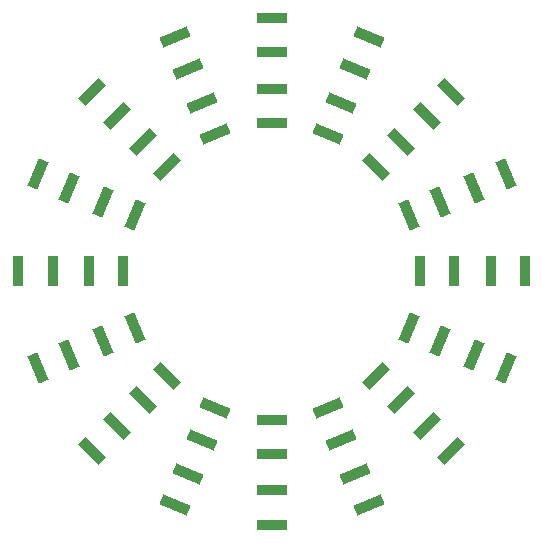
<source format=gtp>
G04*
G04 #@! TF.GenerationSoftware,Altium Limited,CircuitStudio,1.5.2 (30)*
G04*
G04 Layer_Color=7318015*
%FSLAX25Y25*%
%MOIN*%
G70*
G01*
G75*
%ADD11R,0.09843X0.03543*%
G04:AMPARAMS|DCode=12|XSize=35.43mil|YSize=98.43mil|CornerRadius=0mil|HoleSize=0mil|Usage=FLASHONLY|Rotation=67.500|XOffset=0mil|YOffset=0mil|HoleType=Round|Shape=Rectangle|*
%AMROTATEDRECTD12*
4,1,4,0.03869,-0.03520,-0.05225,0.00247,-0.03869,0.03520,0.05225,-0.00247,0.03869,-0.03520,0.0*
%
%ADD12ROTATEDRECTD12*%

G04:AMPARAMS|DCode=13|XSize=35.43mil|YSize=98.43mil|CornerRadius=0mil|HoleSize=0mil|Usage=FLASHONLY|Rotation=225.000|XOffset=0mil|YOffset=0mil|HoleType=Round|Shape=Rectangle|*
%AMROTATEDRECTD13*
4,1,4,-0.02227,0.04733,0.04733,-0.02227,0.02227,-0.04733,-0.04733,0.02227,-0.02227,0.04733,0.0*
%
%ADD13ROTATEDRECTD13*%

G04:AMPARAMS|DCode=14|XSize=35.43mil|YSize=98.43mil|CornerRadius=0mil|HoleSize=0mil|Usage=FLASHONLY|Rotation=22.500|XOffset=0mil|YOffset=0mil|HoleType=Round|Shape=Rectangle|*
%AMROTATEDRECTD14*
4,1,4,0.00247,-0.05225,-0.03520,0.03869,-0.00247,0.05225,0.03520,-0.03869,0.00247,-0.05225,0.0*
%
%ADD14ROTATEDRECTD14*%

%ADD15R,0.03543X0.09843*%
G04:AMPARAMS|DCode=16|XSize=35.43mil|YSize=98.43mil|CornerRadius=0mil|HoleSize=0mil|Usage=FLASHONLY|Rotation=337.500|XOffset=0mil|YOffset=0mil|HoleType=Round|Shape=Rectangle|*
%AMROTATEDRECTD16*
4,1,4,-0.03520,-0.03869,0.00247,0.05225,0.03520,0.03869,-0.00247,-0.05225,-0.03520,-0.03869,0.0*
%
%ADD16ROTATEDRECTD16*%

G04:AMPARAMS|DCode=17|XSize=35.43mil|YSize=98.43mil|CornerRadius=0mil|HoleSize=0mil|Usage=FLASHONLY|Rotation=135.000|XOffset=0mil|YOffset=0mil|HoleType=Round|Shape=Rectangle|*
%AMROTATEDRECTD17*
4,1,4,0.04733,0.02227,-0.02227,-0.04733,-0.04733,-0.02227,0.02227,0.04733,0.04733,0.02227,0.0*
%
%ADD17ROTATEDRECTD17*%

G04:AMPARAMS|DCode=18|XSize=35.43mil|YSize=98.43mil|CornerRadius=0mil|HoleSize=0mil|Usage=FLASHONLY|Rotation=292.500|XOffset=0mil|YOffset=0mil|HoleType=Round|Shape=Rectangle|*
%AMROTATEDRECTD18*
4,1,4,-0.05225,-0.00247,0.03869,0.03520,0.05225,0.00247,-0.03869,-0.03520,-0.05225,-0.00247,0.0*
%
%ADD18ROTATEDRECTD18*%

D11*
X702500Y797949D02*
D03*
Y786531D02*
D03*
Y774327D02*
D03*
Y762910D02*
D03*
Y629051D02*
D03*
Y640469D02*
D03*
Y652673D02*
D03*
Y664090D02*
D03*
D12*
X721408Y759148D02*
D03*
X725777Y769697D02*
D03*
X730448Y780972D02*
D03*
X734817Y791521D02*
D03*
X683592Y667852D02*
D03*
X679223Y657303D02*
D03*
X674552Y646028D02*
D03*
X670183Y635479D02*
D03*
D13*
X762214Y773214D02*
D03*
X754141Y765141D02*
D03*
X745511Y756511D02*
D03*
X737438Y748438D02*
D03*
X642786Y653786D02*
D03*
X650859Y661859D02*
D03*
X659489Y670489D02*
D03*
X667562Y678562D02*
D03*
D14*
X748148Y732408D02*
D03*
X758697Y736777D02*
D03*
X769972Y741448D02*
D03*
X780521Y745817D02*
D03*
X656852Y694592D02*
D03*
X646303Y690223D02*
D03*
X635028Y685552D02*
D03*
X624479Y681183D02*
D03*
D15*
X786949Y713500D02*
D03*
X775531D02*
D03*
X763327D02*
D03*
X751909D02*
D03*
X618051D02*
D03*
X629468D02*
D03*
X641673D02*
D03*
X653090D02*
D03*
D16*
X748148Y694592D02*
D03*
X758697Y690223D02*
D03*
X769972Y685552D02*
D03*
X780521Y681183D02*
D03*
X656852Y732408D02*
D03*
X646303Y736777D02*
D03*
X635028Y741448D02*
D03*
X624479Y745817D02*
D03*
D17*
X762214Y653786D02*
D03*
X754141Y661860D02*
D03*
X745511Y670489D02*
D03*
X737438Y678562D02*
D03*
X642786Y773214D02*
D03*
X650859Y765141D02*
D03*
X659489Y756511D02*
D03*
X667562Y748438D02*
D03*
D18*
X721408Y667852D02*
D03*
X725777Y657303D02*
D03*
X730448Y646028D02*
D03*
X734817Y635479D02*
D03*
X683592Y759148D02*
D03*
X679223Y769697D02*
D03*
X674552Y780972D02*
D03*
X670183Y791521D02*
D03*
M02*

</source>
